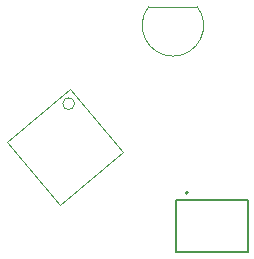
<source format=gm1>
G04 Layer_Color=16711935*
%FSLAX24Y24*%
%MOIN*%
G70*
G01*
G75*
%ADD17C,0.0079*%
%ADD18C,0.0039*%
%ADD19C,0.0050*%
D17*
X10633Y3824D02*
G03*
X10633Y3824I-39J0D01*
G01*
D02*
G03*
X10633Y3824I-39J0D01*
G01*
D18*
X6857Y6792D02*
G03*
X6857Y6792I-197J0D01*
G01*
X9328Y10030D02*
G03*
X10941Y10030I807J-630D01*
G01*
X4593Y5520D02*
X6704Y7291D01*
X6364Y3409D02*
X8476Y5180D01*
X6704Y7291D02*
X8476Y5180D01*
X4593Y5520D02*
X6364Y3409D01*
X9328Y10030D02*
X10941D01*
D19*
X10223Y1846D02*
X12624D01*
X10223D02*
Y3575D01*
X12624D01*
Y1846D02*
Y3575D01*
X10223Y1846D02*
X12624D01*
X10223D02*
Y3575D01*
X12624D01*
Y1846D02*
Y3575D01*
M02*

</source>
